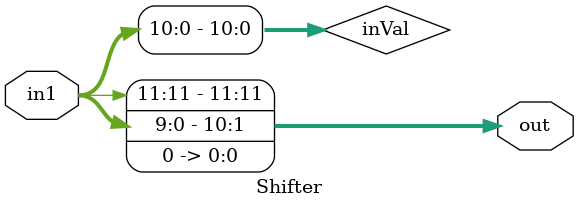
<source format=v>
`timescale 1ns/1ns
module Shifter(
  input [11:0]in1,
  output reg[11:0]out
  );
  
  reg[10:0]inVal;
  
  always @(*) begin
    inVal=in1[10:0];
  end
  
  always @(*) begin
    out[10:0]=(inVal<<1);
    out[11]=in1[11];
  end
  
endmodule


    
    

</source>
